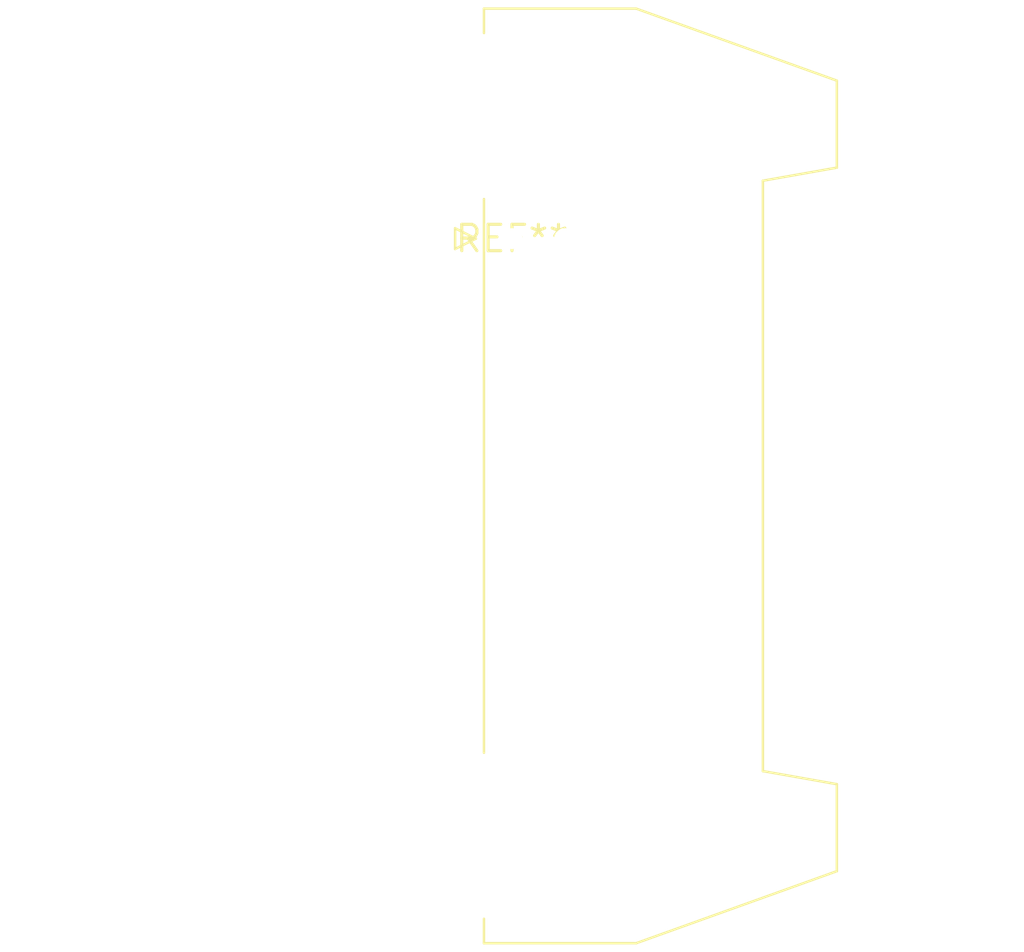
<source format=kicad_pcb>
(kicad_pcb (version 20240108) (generator pcbnew)
  (layers (0 "F.Cu" signal) (31 "B.Cu" signal) (34 "B.Paste" user) (35 "F.Paste" user) (36 "B.SilkS" user "B.Silkscreen") (37 "F.SilkS" user "F.Silkscreen") (38 "B.Mask" user) (39 "F.Mask" user) (44 "Edge.Cuts" user))
  (net 0 "")
  (footprint "IDC-Header_2x10-1MP_P2.54mm_Latch_Horizontal" (layer "F.Cu") (at 0 0)
    (property "Reference" "REF**")
    (property "Value" "IDC-Header_2x10-1MP_P2.54mm_Latch_Horizontal")
    (fp_line (start -2.74 -0.5) (end -2.74 0.5) (layer "F.SilkS") (stroke (width 0.12)))
    (fp_line (start -2.74 0.5) (end -1.74 0) (layer "F.SilkS") (stroke (width 0.12)))
    (fp_line (start -1.74 0) (end -2.74 -0.5) (layer "F.SilkS") (stroke (width 0.12)))
    (fp_line (start -1.35 -11.08) (end -1.35 -9.905) (layer "F.SilkS") (stroke (width 0.12)))
    (fp_line (start -1.35 -11.08) (end 5.98 -11.08) (layer "F.SilkS") (stroke (width 0.12)))
    (fp_line (start -1.35 -1.905) (end -1.35 24.765) (layer "F.SilkS") (stroke (width 0.12)))
    (fp_line (start -1.35 32.765) (end -1.35 33.94) (layer "F.SilkS") (stroke (width 0.12)))
    (fp_line (start 5.98 -11.08) (end 15.64 -7.61) (layer "F.SilkS") (stroke (width 0.12)))
    (fp_line (start 5.98 33.94) (end -1.35 33.94) (layer "F.SilkS") (stroke (width 0.12)))
    (fp_line (start 12.08 -2.79) (end 12.08 25.65) (layer "F.SilkS") (stroke (width 0.12)))
    (fp_line (start 12.08 25.65) (end 15.64 26.28) (layer "F.SilkS") (stroke (width 0.12)))
    (fp_line (start 15.64 -7.61) (end 15.64 -3.42) (layer "F.SilkS") (stroke (width 0.12)))
    (fp_line (start 15.64 -3.42) (end 12.08 -2.79) (layer "F.SilkS") (stroke (width 0.12)))
    (fp_line (start 15.64 26.28) (end 15.64 30.47) (layer "F.SilkS") (stroke (width 0.12)))
    (fp_line (start 15.64 30.47) (end 5.98 33.94) (layer "F.SilkS") (stroke (width 0.12)))
    (pad "1" thru_hole roundrect (at 0 0) (size 1.7 1.7) (drill 1) (layers *.Cu *.Mask) (remove_unused_layers) (roundrect_rratio 0.147059))
    (pad "2" thru_hole circle (at 2.54 0) (size 1.7 1.7) (drill 1) (layers *.Cu *.Mask) (remove_unused_layers))
    (pad "3" thru_hole circle (at 0 2.54) (size 1.7 1.7) (drill 1) (layers *.Cu *.Mask) (remove_unused_layers))
    (pad "4" thru_hole circle (at 2.54 2.54) (size 1.7 1.7) (drill 1) (layers *.Cu *.Mask) (remove_unused_layers))
    (pad "5" thru_hole circle (at 0 5.08) (size 1.7 1.7) (drill 1) (layers *.Cu *.Mask) (remove_unused_layers))
    (pad "6" thru_hole circle (at 2.54 5.08) (size 1.7 1.7) (drill 1) (layers *.Cu *.Mask) (remove_unused_layers))
    (pad "7" thru_hole circle (at 0 7.62) (size 1.7 1.7) (drill 1) (layers *.Cu *.Mask) (remove_unused_layers))
    (pad "8" thru_hole circle (at 2.54 7.62) (size 1.7 1.7) (drill 1) (layers *.Cu *.Mask) (remove_unused_layers))
    (pad "9" thru_hole circle (at 0 10.16) (size 1.7 1.7) (drill 1) (layers *.Cu *.Mask) (remove_unused_layers))
    (pad "10" thru_hole circle (at 2.54 10.16) (size 1.7 1.7) (drill 1) (layers *.Cu *.Mask) (remove_unused_layers))
    (pad "11" thru_hole circle (at 0 12.7) (size 1.7 1.7) (drill 1) (layers *.Cu *.Mask) (remove_unused_layers))
    (pad "12" thru_hole circle (at 2.54 12.7) (size 1.7 1.7) (drill 1) (layers *.Cu *.Mask) (remove_unused_layers))
    (pad "13" thru_hole circle (at 0 15.24) (size 1.7 1.7) (drill 1) (layers *.Cu *.Mask) (remove_unused_layers))
    (pad "14" thru_hole circle (at 2.54 15.24) (size 1.7 1.7) (drill 1) (layers *.Cu *.Mask) (remove_unused_layers))
    (pad "15" thru_hole circle (at 0 17.78) (size 1.7 1.7) (drill 1) (layers *.Cu *.Mask) (remove_unused_layers))
    (pad "16" thru_hole circle (at 2.54 17.78) (size 1.7 1.7) (drill 1) (layers *.Cu *.Mask) (remove_unused_layers))
    (pad "17" thru_hole circle (at 0 20.32) (size 1.7 1.7) (drill 1) (layers *.Cu *.Mask) (remove_unused_layers))
    (pad "18" thru_hole circle (at 2.54 20.32) (size 1.7 1.7) (drill 1) (layers *.Cu *.Mask) (remove_unused_layers))
    (pad "19" thru_hole circle (at 0 22.86) (size 1.7 1.7) (drill 1) (layers *.Cu *.Mask) (remove_unused_layers))
    (pad "20" thru_hole circle (at 2.54 22.86) (size 1.7 1.7) (drill 1) (layers *.Cu *.Mask) (remove_unused_layers))
    (pad "MP" thru_hole circle (at 1.8 -5.905) (size 8 8) (drill 2.69) (layers *.Cu *.Mask) (remove_unused_layers))
    (pad "MP" thru_hole circle (at 1.8 28.765) (size 8 8) (drill 2.69) (layers *.Cu *.Mask) (remove_unused_layers))
  )
)
</source>
